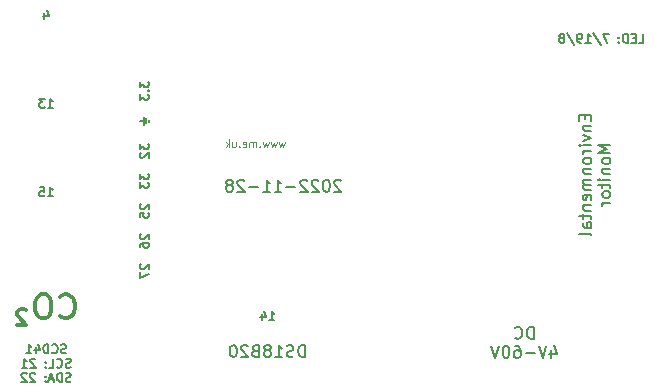
<source format=gbr>
%TF.GenerationSoftware,KiCad,Pcbnew,(6.0.9-0)*%
%TF.CreationDate,2022-11-28T09:35:49+00:00*%
%TF.ProjectId,EnvMon2,456e764d-6f6e-4322-9e6b-696361645f70,4*%
%TF.SameCoordinates,Original*%
%TF.FileFunction,Legend,Bot*%
%TF.FilePolarity,Positive*%
%FSLAX46Y46*%
G04 Gerber Fmt 4.6, Leading zero omitted, Abs format (unit mm)*
G04 Created by KiCad (PCBNEW (6.0.9-0)) date 2022-11-28 09:35:49*
%MOMM*%
%LPD*%
G01*
G04 APERTURE LIST*
%ADD10C,0.150000*%
%ADD11C,0.300000*%
%ADD12C,0.100000*%
G04 APERTURE END LIST*
D10*
X133761904Y-94897380D02*
X133761904Y-93897380D01*
X133523809Y-93897380D01*
X133380952Y-93945000D01*
X133285714Y-94040238D01*
X133238095Y-94135476D01*
X133190476Y-94325952D01*
X133190476Y-94468809D01*
X133238095Y-94659285D01*
X133285714Y-94754523D01*
X133380952Y-94849761D01*
X133523809Y-94897380D01*
X133761904Y-94897380D01*
X132190476Y-94802142D02*
X132238095Y-94849761D01*
X132380952Y-94897380D01*
X132476190Y-94897380D01*
X132619047Y-94849761D01*
X132714285Y-94754523D01*
X132761904Y-94659285D01*
X132809523Y-94468809D01*
X132809523Y-94325952D01*
X132761904Y-94135476D01*
X132714285Y-94040238D01*
X132619047Y-93945000D01*
X132476190Y-93897380D01*
X132380952Y-93897380D01*
X132238095Y-93945000D01*
X132190476Y-93992619D01*
X135238095Y-95840714D02*
X135238095Y-96507380D01*
X135476190Y-95459761D02*
X135714285Y-96174047D01*
X135095238Y-96174047D01*
X134857142Y-95507380D02*
X134523809Y-96507380D01*
X134190476Y-95507380D01*
X133857142Y-96126428D02*
X133095238Y-96126428D01*
X132190476Y-95507380D02*
X132380952Y-95507380D01*
X132476190Y-95555000D01*
X132523809Y-95602619D01*
X132619047Y-95745476D01*
X132666666Y-95935952D01*
X132666666Y-96316904D01*
X132619047Y-96412142D01*
X132571428Y-96459761D01*
X132476190Y-96507380D01*
X132285714Y-96507380D01*
X132190476Y-96459761D01*
X132142857Y-96412142D01*
X132095238Y-96316904D01*
X132095238Y-96078809D01*
X132142857Y-95983571D01*
X132190476Y-95935952D01*
X132285714Y-95888333D01*
X132476190Y-95888333D01*
X132571428Y-95935952D01*
X132619047Y-95983571D01*
X132666666Y-96078809D01*
X131476190Y-95507380D02*
X131380952Y-95507380D01*
X131285714Y-95555000D01*
X131238095Y-95602619D01*
X131190476Y-95697857D01*
X131142857Y-95888333D01*
X131142857Y-96126428D01*
X131190476Y-96316904D01*
X131238095Y-96412142D01*
X131285714Y-96459761D01*
X131380952Y-96507380D01*
X131476190Y-96507380D01*
X131571428Y-96459761D01*
X131619047Y-96412142D01*
X131666666Y-96316904D01*
X131714285Y-96126428D01*
X131714285Y-95888333D01*
X131666666Y-95697857D01*
X131619047Y-95602619D01*
X131571428Y-95555000D01*
X131476190Y-95507380D01*
X130857142Y-95507380D02*
X130523809Y-96507380D01*
X130190476Y-95507380D01*
X92642857Y-75339285D02*
X93071428Y-75339285D01*
X92857142Y-75339285D02*
X92857142Y-74589285D01*
X92928571Y-74696428D01*
X93000000Y-74767857D01*
X93071428Y-74803571D01*
X92392857Y-74589285D02*
X91928571Y-74589285D01*
X92178571Y-74875000D01*
X92071428Y-74875000D01*
X92000000Y-74910714D01*
X91964285Y-74946428D01*
X91928571Y-75017857D01*
X91928571Y-75196428D01*
X91964285Y-75267857D01*
X92000000Y-75303571D01*
X92071428Y-75339285D01*
X92285714Y-75339285D01*
X92357142Y-75303571D01*
X92392857Y-75267857D01*
X100427285Y-80926857D02*
X100427285Y-81391142D01*
X100713000Y-81141142D01*
X100713000Y-81248285D01*
X100748714Y-81319714D01*
X100784428Y-81355428D01*
X100855857Y-81391142D01*
X101034428Y-81391142D01*
X101105857Y-81355428D01*
X101141571Y-81319714D01*
X101177285Y-81248285D01*
X101177285Y-81034000D01*
X101141571Y-80962571D01*
X101105857Y-80926857D01*
X100427285Y-81641142D02*
X100427285Y-82105428D01*
X100713000Y-81855428D01*
X100713000Y-81962571D01*
X100748714Y-82034000D01*
X100784428Y-82069714D01*
X100855857Y-82105428D01*
X101034428Y-82105428D01*
X101105857Y-82069714D01*
X101141571Y-82034000D01*
X101177285Y-81962571D01*
X101177285Y-81748285D01*
X101141571Y-81676857D01*
X101105857Y-81641142D01*
X100748714Y-76096857D02*
X100748714Y-76811142D01*
X100963000Y-76239714D02*
X100963000Y-76668285D01*
X100427285Y-76454000D02*
X100748714Y-76454000D01*
X101177285Y-76525428D02*
X101177285Y-76382571D01*
X94178571Y-96096071D02*
X94071428Y-96131785D01*
X93892857Y-96131785D01*
X93821428Y-96096071D01*
X93785714Y-96060357D01*
X93750000Y-95988928D01*
X93750000Y-95917500D01*
X93785714Y-95846071D01*
X93821428Y-95810357D01*
X93892857Y-95774642D01*
X94035714Y-95738928D01*
X94107142Y-95703214D01*
X94142857Y-95667500D01*
X94178571Y-95596071D01*
X94178571Y-95524642D01*
X94142857Y-95453214D01*
X94107142Y-95417500D01*
X94035714Y-95381785D01*
X93857142Y-95381785D01*
X93750000Y-95417500D01*
X93000000Y-96060357D02*
X93035714Y-96096071D01*
X93142857Y-96131785D01*
X93214285Y-96131785D01*
X93321428Y-96096071D01*
X93392857Y-96024642D01*
X93428571Y-95953214D01*
X93464285Y-95810357D01*
X93464285Y-95703214D01*
X93428571Y-95560357D01*
X93392857Y-95488928D01*
X93321428Y-95417500D01*
X93214285Y-95381785D01*
X93142857Y-95381785D01*
X93035714Y-95417500D01*
X93000000Y-95453214D01*
X92678571Y-96131785D02*
X92678571Y-95381785D01*
X92500000Y-95381785D01*
X92392857Y-95417500D01*
X92321428Y-95488928D01*
X92285714Y-95560357D01*
X92250000Y-95703214D01*
X92250000Y-95810357D01*
X92285714Y-95953214D01*
X92321428Y-96024642D01*
X92392857Y-96096071D01*
X92500000Y-96131785D01*
X92678571Y-96131785D01*
X91607142Y-95631785D02*
X91607142Y-96131785D01*
X91785714Y-95346071D02*
X91964285Y-95881785D01*
X91500000Y-95881785D01*
X90821428Y-96131785D02*
X91250000Y-96131785D01*
X91035714Y-96131785D02*
X91035714Y-95381785D01*
X91107142Y-95488928D01*
X91178571Y-95560357D01*
X91250000Y-95596071D01*
X94571428Y-97303571D02*
X94464285Y-97339285D01*
X94285714Y-97339285D01*
X94214285Y-97303571D01*
X94178571Y-97267857D01*
X94142857Y-97196428D01*
X94142857Y-97125000D01*
X94178571Y-97053571D01*
X94214285Y-97017857D01*
X94285714Y-96982142D01*
X94428571Y-96946428D01*
X94500000Y-96910714D01*
X94535714Y-96875000D01*
X94571428Y-96803571D01*
X94571428Y-96732142D01*
X94535714Y-96660714D01*
X94500000Y-96625000D01*
X94428571Y-96589285D01*
X94250000Y-96589285D01*
X94142857Y-96625000D01*
X93392857Y-97267857D02*
X93428571Y-97303571D01*
X93535714Y-97339285D01*
X93607142Y-97339285D01*
X93714285Y-97303571D01*
X93785714Y-97232142D01*
X93821428Y-97160714D01*
X93857142Y-97017857D01*
X93857142Y-96910714D01*
X93821428Y-96767857D01*
X93785714Y-96696428D01*
X93714285Y-96625000D01*
X93607142Y-96589285D01*
X93535714Y-96589285D01*
X93428571Y-96625000D01*
X93392857Y-96660714D01*
X92714285Y-97339285D02*
X93071428Y-97339285D01*
X93071428Y-96589285D01*
X92464285Y-97267857D02*
X92428571Y-97303571D01*
X92464285Y-97339285D01*
X92500000Y-97303571D01*
X92464285Y-97267857D01*
X92464285Y-97339285D01*
X92464285Y-96875000D02*
X92428571Y-96910714D01*
X92464285Y-96946428D01*
X92500000Y-96910714D01*
X92464285Y-96875000D01*
X92464285Y-96946428D01*
X91571428Y-96660714D02*
X91535714Y-96625000D01*
X91464285Y-96589285D01*
X91285714Y-96589285D01*
X91214285Y-96625000D01*
X91178571Y-96660714D01*
X91142857Y-96732142D01*
X91142857Y-96803571D01*
X91178571Y-96910714D01*
X91607142Y-97339285D01*
X91142857Y-97339285D01*
X90428571Y-97339285D02*
X90857142Y-97339285D01*
X90642857Y-97339285D02*
X90642857Y-96589285D01*
X90714285Y-96696428D01*
X90785714Y-96767857D01*
X90857142Y-96803571D01*
X94589285Y-98511071D02*
X94482142Y-98546785D01*
X94303571Y-98546785D01*
X94232142Y-98511071D01*
X94196428Y-98475357D01*
X94160714Y-98403928D01*
X94160714Y-98332500D01*
X94196428Y-98261071D01*
X94232142Y-98225357D01*
X94303571Y-98189642D01*
X94446428Y-98153928D01*
X94517857Y-98118214D01*
X94553571Y-98082500D01*
X94589285Y-98011071D01*
X94589285Y-97939642D01*
X94553571Y-97868214D01*
X94517857Y-97832500D01*
X94446428Y-97796785D01*
X94267857Y-97796785D01*
X94160714Y-97832500D01*
X93839285Y-98546785D02*
X93839285Y-97796785D01*
X93660714Y-97796785D01*
X93553571Y-97832500D01*
X93482142Y-97903928D01*
X93446428Y-97975357D01*
X93410714Y-98118214D01*
X93410714Y-98225357D01*
X93446428Y-98368214D01*
X93482142Y-98439642D01*
X93553571Y-98511071D01*
X93660714Y-98546785D01*
X93839285Y-98546785D01*
X93125000Y-98332500D02*
X92767857Y-98332500D01*
X93196428Y-98546785D02*
X92946428Y-97796785D01*
X92696428Y-98546785D01*
X92446428Y-98475357D02*
X92410714Y-98511071D01*
X92446428Y-98546785D01*
X92482142Y-98511071D01*
X92446428Y-98475357D01*
X92446428Y-98546785D01*
X92446428Y-98082500D02*
X92410714Y-98118214D01*
X92446428Y-98153928D01*
X92482142Y-98118214D01*
X92446428Y-98082500D01*
X92446428Y-98153928D01*
X91553571Y-97868214D02*
X91517857Y-97832500D01*
X91446428Y-97796785D01*
X91267857Y-97796785D01*
X91196428Y-97832500D01*
X91160714Y-97868214D01*
X91125000Y-97939642D01*
X91125000Y-98011071D01*
X91160714Y-98118214D01*
X91589285Y-98546785D01*
X91125000Y-98546785D01*
X90839285Y-97868214D02*
X90803571Y-97832500D01*
X90732142Y-97796785D01*
X90553571Y-97796785D01*
X90482142Y-97832500D01*
X90446428Y-97868214D01*
X90410714Y-97939642D01*
X90410714Y-98011071D01*
X90446428Y-98118214D01*
X90875000Y-98546785D01*
X90410714Y-98546785D01*
X138123571Y-75952380D02*
X138123571Y-76285714D01*
X138647380Y-76428571D02*
X138647380Y-75952380D01*
X137647380Y-75952380D01*
X137647380Y-76428571D01*
X137980714Y-76857142D02*
X138647380Y-76857142D01*
X138075952Y-76857142D02*
X138028333Y-76904761D01*
X137980714Y-77000000D01*
X137980714Y-77142857D01*
X138028333Y-77238095D01*
X138123571Y-77285714D01*
X138647380Y-77285714D01*
X137980714Y-77666666D02*
X138647380Y-77904761D01*
X137980714Y-78142857D01*
X138647380Y-78523809D02*
X137980714Y-78523809D01*
X137647380Y-78523809D02*
X137695000Y-78476190D01*
X137742619Y-78523809D01*
X137695000Y-78571428D01*
X137647380Y-78523809D01*
X137742619Y-78523809D01*
X138647380Y-79000000D02*
X137980714Y-79000000D01*
X138171190Y-79000000D02*
X138075952Y-79047619D01*
X138028333Y-79095238D01*
X137980714Y-79190476D01*
X137980714Y-79285714D01*
X138647380Y-79761904D02*
X138599761Y-79666666D01*
X138552142Y-79619047D01*
X138456904Y-79571428D01*
X138171190Y-79571428D01*
X138075952Y-79619047D01*
X138028333Y-79666666D01*
X137980714Y-79761904D01*
X137980714Y-79904761D01*
X138028333Y-80000000D01*
X138075952Y-80047619D01*
X138171190Y-80095238D01*
X138456904Y-80095238D01*
X138552142Y-80047619D01*
X138599761Y-80000000D01*
X138647380Y-79904761D01*
X138647380Y-79761904D01*
X137980714Y-80523809D02*
X138647380Y-80523809D01*
X138075952Y-80523809D02*
X138028333Y-80571428D01*
X137980714Y-80666666D01*
X137980714Y-80809523D01*
X138028333Y-80904761D01*
X138123571Y-80952380D01*
X138647380Y-80952380D01*
X138647380Y-81428571D02*
X137980714Y-81428571D01*
X138075952Y-81428571D02*
X138028333Y-81476190D01*
X137980714Y-81571428D01*
X137980714Y-81714285D01*
X138028333Y-81809523D01*
X138123571Y-81857142D01*
X138647380Y-81857142D01*
X138123571Y-81857142D02*
X138028333Y-81904761D01*
X137980714Y-82000000D01*
X137980714Y-82142857D01*
X138028333Y-82238095D01*
X138123571Y-82285714D01*
X138647380Y-82285714D01*
X138599761Y-83142857D02*
X138647380Y-83047619D01*
X138647380Y-82857142D01*
X138599761Y-82761904D01*
X138504523Y-82714285D01*
X138123571Y-82714285D01*
X138028333Y-82761904D01*
X137980714Y-82857142D01*
X137980714Y-83047619D01*
X138028333Y-83142857D01*
X138123571Y-83190476D01*
X138218809Y-83190476D01*
X138314047Y-82714285D01*
X137980714Y-83619047D02*
X138647380Y-83619047D01*
X138075952Y-83619047D02*
X138028333Y-83666666D01*
X137980714Y-83761904D01*
X137980714Y-83904761D01*
X138028333Y-84000000D01*
X138123571Y-84047619D01*
X138647380Y-84047619D01*
X137980714Y-84380952D02*
X137980714Y-84761904D01*
X137647380Y-84523809D02*
X138504523Y-84523809D01*
X138599761Y-84571428D01*
X138647380Y-84666666D01*
X138647380Y-84761904D01*
X138647380Y-85523809D02*
X138123571Y-85523809D01*
X138028333Y-85476190D01*
X137980714Y-85380952D01*
X137980714Y-85190476D01*
X138028333Y-85095238D01*
X138599761Y-85523809D02*
X138647380Y-85428571D01*
X138647380Y-85190476D01*
X138599761Y-85095238D01*
X138504523Y-85047619D01*
X138409285Y-85047619D01*
X138314047Y-85095238D01*
X138266428Y-85190476D01*
X138266428Y-85428571D01*
X138218809Y-85523809D01*
X138647380Y-86142857D02*
X138599761Y-86047619D01*
X138504523Y-86000000D01*
X137647380Y-86000000D01*
X140257380Y-78476190D02*
X139257380Y-78476190D01*
X139971666Y-78809523D01*
X139257380Y-79142857D01*
X140257380Y-79142857D01*
X140257380Y-79761904D02*
X140209761Y-79666666D01*
X140162142Y-79619047D01*
X140066904Y-79571428D01*
X139781190Y-79571428D01*
X139685952Y-79619047D01*
X139638333Y-79666666D01*
X139590714Y-79761904D01*
X139590714Y-79904761D01*
X139638333Y-80000000D01*
X139685952Y-80047619D01*
X139781190Y-80095238D01*
X140066904Y-80095238D01*
X140162142Y-80047619D01*
X140209761Y-80000000D01*
X140257380Y-79904761D01*
X140257380Y-79761904D01*
X139590714Y-80523809D02*
X140257380Y-80523809D01*
X139685952Y-80523809D02*
X139638333Y-80571428D01*
X139590714Y-80666666D01*
X139590714Y-80809523D01*
X139638333Y-80904761D01*
X139733571Y-80952380D01*
X140257380Y-80952380D01*
X140257380Y-81428571D02*
X139590714Y-81428571D01*
X139257380Y-81428571D02*
X139305000Y-81380952D01*
X139352619Y-81428571D01*
X139305000Y-81476190D01*
X139257380Y-81428571D01*
X139352619Y-81428571D01*
X139590714Y-81761904D02*
X139590714Y-82142857D01*
X139257380Y-81904761D02*
X140114523Y-81904761D01*
X140209761Y-81952380D01*
X140257380Y-82047619D01*
X140257380Y-82142857D01*
X140257380Y-82619047D02*
X140209761Y-82523809D01*
X140162142Y-82476190D01*
X140066904Y-82428571D01*
X139781190Y-82428571D01*
X139685952Y-82476190D01*
X139638333Y-82523809D01*
X139590714Y-82619047D01*
X139590714Y-82761904D01*
X139638333Y-82857142D01*
X139685952Y-82904761D01*
X139781190Y-82952380D01*
X140066904Y-82952380D01*
X140162142Y-82904761D01*
X140209761Y-82857142D01*
X140257380Y-82761904D01*
X140257380Y-82619047D01*
X140257380Y-83380952D02*
X139590714Y-83380952D01*
X139781190Y-83380952D02*
X139685952Y-83428571D01*
X139638333Y-83476190D01*
X139590714Y-83571428D01*
X139590714Y-83666666D01*
X100427285Y-73128285D02*
X100427285Y-73592571D01*
X100713000Y-73342571D01*
X100713000Y-73449714D01*
X100748714Y-73521142D01*
X100784428Y-73556857D01*
X100855857Y-73592571D01*
X101034428Y-73592571D01*
X101105857Y-73556857D01*
X101141571Y-73521142D01*
X101177285Y-73449714D01*
X101177285Y-73235428D01*
X101141571Y-73164000D01*
X101105857Y-73128285D01*
X101105857Y-73914000D02*
X101141571Y-73949714D01*
X101177285Y-73914000D01*
X101141571Y-73878285D01*
X101105857Y-73914000D01*
X101177285Y-73914000D01*
X100427285Y-74199714D02*
X100427285Y-74664000D01*
X100713000Y-74414000D01*
X100713000Y-74521142D01*
X100748714Y-74592571D01*
X100784428Y-74628285D01*
X100855857Y-74664000D01*
X101034428Y-74664000D01*
X101105857Y-74628285D01*
X101141571Y-74592571D01*
X101177285Y-74521142D01*
X101177285Y-74306857D01*
X101141571Y-74235428D01*
X101105857Y-74199714D01*
D11*
X93690476Y-92964285D02*
X93785714Y-93059523D01*
X94071428Y-93154761D01*
X94261904Y-93154761D01*
X94547619Y-93059523D01*
X94738095Y-92869047D01*
X94833333Y-92678571D01*
X94928571Y-92297619D01*
X94928571Y-92011904D01*
X94833333Y-91630952D01*
X94738095Y-91440476D01*
X94547619Y-91250000D01*
X94261904Y-91154761D01*
X94071428Y-91154761D01*
X93785714Y-91250000D01*
X93690476Y-91345238D01*
X92452380Y-91154761D02*
X92071428Y-91154761D01*
X91880952Y-91250000D01*
X91690476Y-91440476D01*
X91595238Y-91821428D01*
X91595238Y-92488095D01*
X91690476Y-92869047D01*
X91880952Y-93059523D01*
X92071428Y-93154761D01*
X92452380Y-93154761D01*
X92642857Y-93059523D01*
X92833333Y-92869047D01*
X92928571Y-92488095D01*
X92928571Y-91821428D01*
X92833333Y-91440476D01*
X92642857Y-91250000D01*
X92452380Y-91154761D01*
X90833333Y-92488095D02*
X90642857Y-92392857D01*
X90357142Y-92392857D01*
X90166666Y-92488095D01*
X90071428Y-92678571D01*
X90071428Y-92869047D01*
X90166666Y-93059523D01*
X90833333Y-93726190D01*
X90071428Y-93726190D01*
D10*
X117457142Y-81547619D02*
X117409523Y-81500000D01*
X117314285Y-81452380D01*
X117076190Y-81452380D01*
X116980952Y-81500000D01*
X116933333Y-81547619D01*
X116885714Y-81642857D01*
X116885714Y-81738095D01*
X116933333Y-81880952D01*
X117504761Y-82452380D01*
X116885714Y-82452380D01*
X116266666Y-81452380D02*
X116171428Y-81452380D01*
X116076190Y-81500000D01*
X116028571Y-81547619D01*
X115980952Y-81642857D01*
X115933333Y-81833333D01*
X115933333Y-82071428D01*
X115980952Y-82261904D01*
X116028571Y-82357142D01*
X116076190Y-82404761D01*
X116171428Y-82452380D01*
X116266666Y-82452380D01*
X116361904Y-82404761D01*
X116409523Y-82357142D01*
X116457142Y-82261904D01*
X116504761Y-82071428D01*
X116504761Y-81833333D01*
X116457142Y-81642857D01*
X116409523Y-81547619D01*
X116361904Y-81500000D01*
X116266666Y-81452380D01*
X115552380Y-81547619D02*
X115504761Y-81500000D01*
X115409523Y-81452380D01*
X115171428Y-81452380D01*
X115076190Y-81500000D01*
X115028571Y-81547619D01*
X114980952Y-81642857D01*
X114980952Y-81738095D01*
X115028571Y-81880952D01*
X115600000Y-82452380D01*
X114980952Y-82452380D01*
X114600000Y-81547619D02*
X114552380Y-81500000D01*
X114457142Y-81452380D01*
X114219047Y-81452380D01*
X114123809Y-81500000D01*
X114076190Y-81547619D01*
X114028571Y-81642857D01*
X114028571Y-81738095D01*
X114076190Y-81880952D01*
X114647619Y-82452380D01*
X114028571Y-82452380D01*
X113600000Y-82071428D02*
X112838095Y-82071428D01*
X111838095Y-82452380D02*
X112409523Y-82452380D01*
X112123809Y-82452380D02*
X112123809Y-81452380D01*
X112219047Y-81595238D01*
X112314285Y-81690476D01*
X112409523Y-81738095D01*
X110885714Y-82452380D02*
X111457142Y-82452380D01*
X111171428Y-82452380D02*
X111171428Y-81452380D01*
X111266666Y-81595238D01*
X111361904Y-81690476D01*
X111457142Y-81738095D01*
X110457142Y-82071428D02*
X109695238Y-82071428D01*
X109266666Y-81547619D02*
X109219047Y-81500000D01*
X109123809Y-81452380D01*
X108885714Y-81452380D01*
X108790476Y-81500000D01*
X108742857Y-81547619D01*
X108695238Y-81642857D01*
X108695238Y-81738095D01*
X108742857Y-81880952D01*
X109314285Y-82452380D01*
X108695238Y-82452380D01*
X108123809Y-81880952D02*
X108219047Y-81833333D01*
X108266666Y-81785714D01*
X108314285Y-81690476D01*
X108314285Y-81642857D01*
X108266666Y-81547619D01*
X108219047Y-81500000D01*
X108123809Y-81452380D01*
X107933333Y-81452380D01*
X107838095Y-81500000D01*
X107790476Y-81547619D01*
X107742857Y-81642857D01*
X107742857Y-81690476D01*
X107790476Y-81785714D01*
X107838095Y-81833333D01*
X107933333Y-81880952D01*
X108123809Y-81880952D01*
X108219047Y-81928571D01*
X108266666Y-81976190D01*
X108314285Y-82071428D01*
X108314285Y-82261904D01*
X108266666Y-82357142D01*
X108219047Y-82404761D01*
X108123809Y-82452380D01*
X107933333Y-82452380D01*
X107838095Y-82404761D01*
X107790476Y-82357142D01*
X107742857Y-82261904D01*
X107742857Y-82071428D01*
X107790476Y-81976190D01*
X107838095Y-81928571D01*
X107933333Y-81880952D01*
X100498714Y-83502571D02*
X100463000Y-83538285D01*
X100427285Y-83609714D01*
X100427285Y-83788285D01*
X100463000Y-83859714D01*
X100498714Y-83895428D01*
X100570142Y-83931142D01*
X100641571Y-83931142D01*
X100748714Y-83895428D01*
X101177285Y-83466857D01*
X101177285Y-83931142D01*
X100427285Y-84609714D02*
X100427285Y-84252571D01*
X100784428Y-84216857D01*
X100748714Y-84252571D01*
X100713000Y-84324000D01*
X100713000Y-84502571D01*
X100748714Y-84574000D01*
X100784428Y-84609714D01*
X100855857Y-84645428D01*
X101034428Y-84645428D01*
X101105857Y-84609714D01*
X101141571Y-84574000D01*
X101177285Y-84502571D01*
X101177285Y-84324000D01*
X101141571Y-84252571D01*
X101105857Y-84216857D01*
X114392857Y-96452380D02*
X114392857Y-95452380D01*
X114154761Y-95452380D01*
X114011904Y-95500000D01*
X113916666Y-95595238D01*
X113869047Y-95690476D01*
X113821428Y-95880952D01*
X113821428Y-96023809D01*
X113869047Y-96214285D01*
X113916666Y-96309523D01*
X114011904Y-96404761D01*
X114154761Y-96452380D01*
X114392857Y-96452380D01*
X113440476Y-96404761D02*
X113297619Y-96452380D01*
X113059523Y-96452380D01*
X112964285Y-96404761D01*
X112916666Y-96357142D01*
X112869047Y-96261904D01*
X112869047Y-96166666D01*
X112916666Y-96071428D01*
X112964285Y-96023809D01*
X113059523Y-95976190D01*
X113250000Y-95928571D01*
X113345238Y-95880952D01*
X113392857Y-95833333D01*
X113440476Y-95738095D01*
X113440476Y-95642857D01*
X113392857Y-95547619D01*
X113345238Y-95500000D01*
X113250000Y-95452380D01*
X113011904Y-95452380D01*
X112869047Y-95500000D01*
X111916666Y-96452380D02*
X112488095Y-96452380D01*
X112202380Y-96452380D02*
X112202380Y-95452380D01*
X112297619Y-95595238D01*
X112392857Y-95690476D01*
X112488095Y-95738095D01*
X111345238Y-95880952D02*
X111440476Y-95833333D01*
X111488095Y-95785714D01*
X111535714Y-95690476D01*
X111535714Y-95642857D01*
X111488095Y-95547619D01*
X111440476Y-95500000D01*
X111345238Y-95452380D01*
X111154761Y-95452380D01*
X111059523Y-95500000D01*
X111011904Y-95547619D01*
X110964285Y-95642857D01*
X110964285Y-95690476D01*
X111011904Y-95785714D01*
X111059523Y-95833333D01*
X111154761Y-95880952D01*
X111345238Y-95880952D01*
X111440476Y-95928571D01*
X111488095Y-95976190D01*
X111535714Y-96071428D01*
X111535714Y-96261904D01*
X111488095Y-96357142D01*
X111440476Y-96404761D01*
X111345238Y-96452380D01*
X111154761Y-96452380D01*
X111059523Y-96404761D01*
X111011904Y-96357142D01*
X110964285Y-96261904D01*
X110964285Y-96071428D01*
X111011904Y-95976190D01*
X111059523Y-95928571D01*
X111154761Y-95880952D01*
X110202380Y-95928571D02*
X110059523Y-95976190D01*
X110011904Y-96023809D01*
X109964285Y-96119047D01*
X109964285Y-96261904D01*
X110011904Y-96357142D01*
X110059523Y-96404761D01*
X110154761Y-96452380D01*
X110535714Y-96452380D01*
X110535714Y-95452380D01*
X110202380Y-95452380D01*
X110107142Y-95500000D01*
X110059523Y-95547619D01*
X110011904Y-95642857D01*
X110011904Y-95738095D01*
X110059523Y-95833333D01*
X110107142Y-95880952D01*
X110202380Y-95928571D01*
X110535714Y-95928571D01*
X109583333Y-95547619D02*
X109535714Y-95500000D01*
X109440476Y-95452380D01*
X109202380Y-95452380D01*
X109107142Y-95500000D01*
X109059523Y-95547619D01*
X109011904Y-95642857D01*
X109011904Y-95738095D01*
X109059523Y-95880952D01*
X109630952Y-96452380D01*
X109011904Y-96452380D01*
X108392857Y-95452380D02*
X108297619Y-95452380D01*
X108202380Y-95500000D01*
X108154761Y-95547619D01*
X108107142Y-95642857D01*
X108059523Y-95833333D01*
X108059523Y-96071428D01*
X108107142Y-96261904D01*
X108154761Y-96357142D01*
X108202380Y-96404761D01*
X108297619Y-96452380D01*
X108392857Y-96452380D01*
X108488095Y-96404761D01*
X108535714Y-96357142D01*
X108583333Y-96261904D01*
X108630952Y-96071428D01*
X108630952Y-95833333D01*
X108583333Y-95642857D01*
X108535714Y-95547619D01*
X108488095Y-95500000D01*
X108392857Y-95452380D01*
X111392857Y-93339285D02*
X111821428Y-93339285D01*
X111607142Y-93339285D02*
X111607142Y-92589285D01*
X111678571Y-92696428D01*
X111750000Y-92767857D01*
X111821428Y-92803571D01*
X110750000Y-92839285D02*
X110750000Y-93339285D01*
X110928571Y-92553571D02*
X111107142Y-93089285D01*
X110642857Y-93089285D01*
X100427285Y-78386857D02*
X100427285Y-78851142D01*
X100713000Y-78601142D01*
X100713000Y-78708285D01*
X100748714Y-78779714D01*
X100784428Y-78815428D01*
X100855857Y-78851142D01*
X101034428Y-78851142D01*
X101105857Y-78815428D01*
X101141571Y-78779714D01*
X101177285Y-78708285D01*
X101177285Y-78494000D01*
X101141571Y-78422571D01*
X101105857Y-78386857D01*
X100498714Y-79136857D02*
X100463000Y-79172571D01*
X100427285Y-79244000D01*
X100427285Y-79422571D01*
X100463000Y-79494000D01*
X100498714Y-79529714D01*
X100570142Y-79565428D01*
X100641571Y-79565428D01*
X100748714Y-79529714D01*
X101177285Y-79101142D01*
X101177285Y-79565428D01*
X92642857Y-82839285D02*
X93071428Y-82839285D01*
X92857142Y-82839285D02*
X92857142Y-82089285D01*
X92928571Y-82196428D01*
X93000000Y-82267857D01*
X93071428Y-82303571D01*
X91964285Y-82089285D02*
X92321428Y-82089285D01*
X92357142Y-82446428D01*
X92321428Y-82410714D01*
X92250000Y-82375000D01*
X92071428Y-82375000D01*
X92000000Y-82410714D01*
X91964285Y-82446428D01*
X91928571Y-82517857D01*
X91928571Y-82696428D01*
X91964285Y-82767857D01*
X92000000Y-82803571D01*
X92071428Y-82839285D01*
X92250000Y-82839285D01*
X92321428Y-82803571D01*
X92357142Y-82767857D01*
X100498714Y-86042571D02*
X100463000Y-86078285D01*
X100427285Y-86149714D01*
X100427285Y-86328285D01*
X100463000Y-86399714D01*
X100498714Y-86435428D01*
X100570142Y-86471142D01*
X100641571Y-86471142D01*
X100748714Y-86435428D01*
X101177285Y-86006857D01*
X101177285Y-86471142D01*
X100427285Y-87114000D02*
X100427285Y-86971142D01*
X100463000Y-86899714D01*
X100498714Y-86864000D01*
X100605857Y-86792571D01*
X100748714Y-86756857D01*
X101034428Y-86756857D01*
X101105857Y-86792571D01*
X101141571Y-86828285D01*
X101177285Y-86899714D01*
X101177285Y-87042571D01*
X101141571Y-87114000D01*
X101105857Y-87149714D01*
X101034428Y-87185428D01*
X100855857Y-87185428D01*
X100784428Y-87149714D01*
X100748714Y-87114000D01*
X100713000Y-87042571D01*
X100713000Y-86899714D01*
X100748714Y-86828285D01*
X100784428Y-86792571D01*
X100855857Y-86756857D01*
X92357142Y-67339285D02*
X92357142Y-67839285D01*
X92535714Y-67053571D02*
X92714285Y-67589285D01*
X92250000Y-67589285D01*
X100498714Y-88582571D02*
X100463000Y-88618285D01*
X100427285Y-88689714D01*
X100427285Y-88868285D01*
X100463000Y-88939714D01*
X100498714Y-88975428D01*
X100570142Y-89011142D01*
X100641571Y-89011142D01*
X100748714Y-88975428D01*
X101177285Y-88546857D01*
X101177285Y-89011142D01*
X100427285Y-89261142D02*
X100427285Y-89761142D01*
X101177285Y-89439714D01*
X142660714Y-69839285D02*
X143017857Y-69839285D01*
X143017857Y-69089285D01*
X142410714Y-69446428D02*
X142160714Y-69446428D01*
X142053571Y-69839285D02*
X142410714Y-69839285D01*
X142410714Y-69089285D01*
X142053571Y-69089285D01*
X141732142Y-69839285D02*
X141732142Y-69089285D01*
X141553571Y-69089285D01*
X141446428Y-69125000D01*
X141375000Y-69196428D01*
X141339285Y-69267857D01*
X141303571Y-69410714D01*
X141303571Y-69517857D01*
X141339285Y-69660714D01*
X141375000Y-69732142D01*
X141446428Y-69803571D01*
X141553571Y-69839285D01*
X141732142Y-69839285D01*
X140982142Y-69767857D02*
X140946428Y-69803571D01*
X140982142Y-69839285D01*
X141017857Y-69803571D01*
X140982142Y-69767857D01*
X140982142Y-69839285D01*
X140982142Y-69375000D02*
X140946428Y-69410714D01*
X140982142Y-69446428D01*
X141017857Y-69410714D01*
X140982142Y-69375000D01*
X140982142Y-69446428D01*
X140125000Y-69089285D02*
X139625000Y-69089285D01*
X139946428Y-69839285D01*
X138803571Y-69053571D02*
X139446428Y-70017857D01*
X138160714Y-69839285D02*
X138589285Y-69839285D01*
X138375000Y-69839285D02*
X138375000Y-69089285D01*
X138446428Y-69196428D01*
X138517857Y-69267857D01*
X138589285Y-69303571D01*
X137803571Y-69839285D02*
X137660714Y-69839285D01*
X137589285Y-69803571D01*
X137553571Y-69767857D01*
X137482142Y-69660714D01*
X137446428Y-69517857D01*
X137446428Y-69232142D01*
X137482142Y-69160714D01*
X137517857Y-69125000D01*
X137589285Y-69089285D01*
X137732142Y-69089285D01*
X137803571Y-69125000D01*
X137839285Y-69160714D01*
X137875000Y-69232142D01*
X137875000Y-69410714D01*
X137839285Y-69482142D01*
X137803571Y-69517857D01*
X137732142Y-69553571D01*
X137589285Y-69553571D01*
X137517857Y-69517857D01*
X137482142Y-69482142D01*
X137446428Y-69410714D01*
X136589285Y-69053571D02*
X137232142Y-70017857D01*
X136232142Y-69410714D02*
X136303571Y-69375000D01*
X136339285Y-69339285D01*
X136375000Y-69267857D01*
X136375000Y-69232142D01*
X136339285Y-69160714D01*
X136303571Y-69125000D01*
X136232142Y-69089285D01*
X136089285Y-69089285D01*
X136017857Y-69125000D01*
X135982142Y-69160714D01*
X135946428Y-69232142D01*
X135946428Y-69267857D01*
X135982142Y-69339285D01*
X136017857Y-69375000D01*
X136089285Y-69410714D01*
X136232142Y-69410714D01*
X136303571Y-69446428D01*
X136339285Y-69482142D01*
X136375000Y-69553571D01*
X136375000Y-69696428D01*
X136339285Y-69767857D01*
X136303571Y-69803571D01*
X136232142Y-69839285D01*
X136089285Y-69839285D01*
X136017857Y-69803571D01*
X135982142Y-69767857D01*
X135946428Y-69696428D01*
X135946428Y-69553571D01*
X135982142Y-69482142D01*
X136017857Y-69446428D01*
X136089285Y-69410714D01*
D12*
%TO.C,Logo1*%
X112687142Y-78235714D02*
X112563333Y-78669047D01*
X112439523Y-78359523D01*
X112315714Y-78669047D01*
X112191904Y-78235714D01*
X112006190Y-78235714D02*
X111882380Y-78669047D01*
X111758571Y-78359523D01*
X111634761Y-78669047D01*
X111510952Y-78235714D01*
X111325238Y-78235714D02*
X111201428Y-78669047D01*
X111077619Y-78359523D01*
X110953809Y-78669047D01*
X110830000Y-78235714D01*
X110582380Y-78607142D02*
X110551428Y-78638095D01*
X110582380Y-78669047D01*
X110613333Y-78638095D01*
X110582380Y-78607142D01*
X110582380Y-78669047D01*
X110272857Y-78669047D02*
X110272857Y-78235714D01*
X110272857Y-78297619D02*
X110241904Y-78266666D01*
X110180000Y-78235714D01*
X110087142Y-78235714D01*
X110025238Y-78266666D01*
X109994285Y-78328571D01*
X109994285Y-78669047D01*
X109994285Y-78328571D02*
X109963333Y-78266666D01*
X109901428Y-78235714D01*
X109808571Y-78235714D01*
X109746666Y-78266666D01*
X109715714Y-78328571D01*
X109715714Y-78669047D01*
X109158571Y-78638095D02*
X109220476Y-78669047D01*
X109344285Y-78669047D01*
X109406190Y-78638095D01*
X109437142Y-78576190D01*
X109437142Y-78328571D01*
X109406190Y-78266666D01*
X109344285Y-78235714D01*
X109220476Y-78235714D01*
X109158571Y-78266666D01*
X109127619Y-78328571D01*
X109127619Y-78390476D01*
X109437142Y-78452380D01*
X108849047Y-78607142D02*
X108818095Y-78638095D01*
X108849047Y-78669047D01*
X108880000Y-78638095D01*
X108849047Y-78607142D01*
X108849047Y-78669047D01*
X108260952Y-78235714D02*
X108260952Y-78669047D01*
X108539523Y-78235714D02*
X108539523Y-78576190D01*
X108508571Y-78638095D01*
X108446666Y-78669047D01*
X108353809Y-78669047D01*
X108291904Y-78638095D01*
X108260952Y-78607142D01*
X107951428Y-78669047D02*
X107951428Y-78019047D01*
X107889523Y-78421428D02*
X107703809Y-78669047D01*
X107703809Y-78235714D02*
X107951428Y-78483333D01*
%TD*%
M02*

</source>
